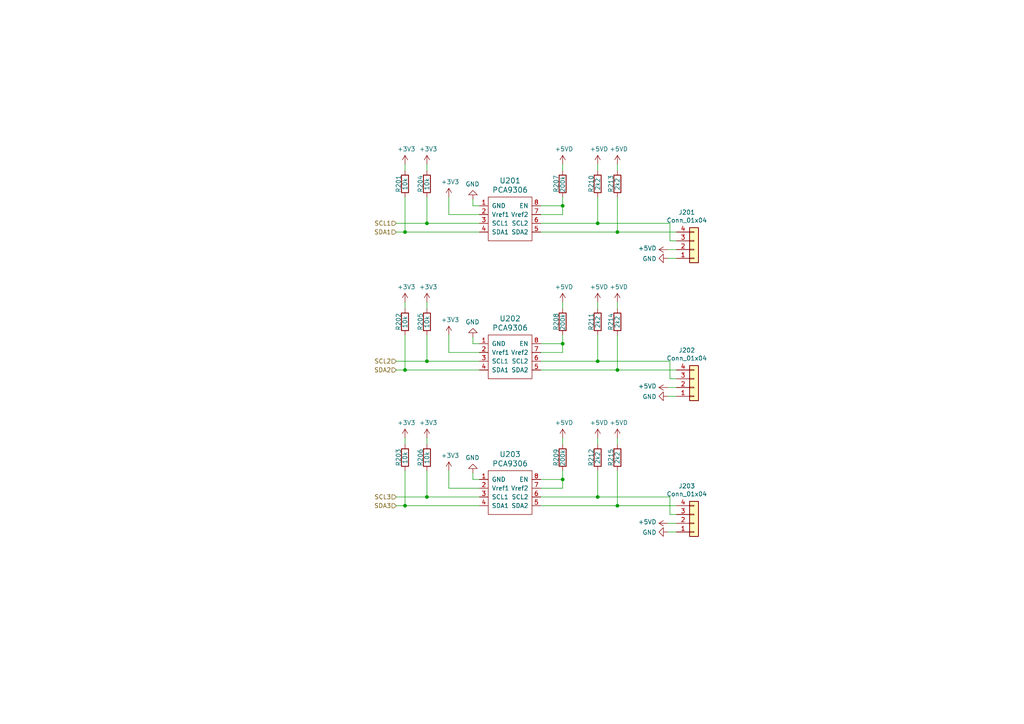
<source format=kicad_sch>
(kicad_sch (version 20211123) (generator eeschema)
  (paper "A4")
  (title_block (title "Connector Cube V2") (date "2021-12-21") (rev "V2.00A") (company "CubeDeb-F4DEB") (comment 1 "I2C"))
  (lib_symbols
    (symbol "CEN-SCHEMA:PCA9306" (pin_names (offset 1.016))
      (property "Reference" "U" (at 15.24 0 0))
      (property "Value" "CEN-SCHEMA_PCA9306" (at 6.35 0 0))
      (property "Footprint" "VSSOP-8" (at 0 0 0))
      (symbol "PCA9306_0_1"
        (rectangle (start 2.54 -2.54) (end 15.24 -15.24))
      )
      (symbol "PCA9306_1_1"
        (pin input line (at 0 -5.08 0) (length 2.54) (name "GND") (number "1"))
        (pin input line (at 0 -7.62 0) (length 2.54) (name "Vref1") (number "2"))
        (pin input line (at 0 -10.16 0) (length 2.54) (name "SCL1") (number "3"))
        (pin input line (at 0 -12.7 0) (length 2.54) (name "SDA1") (number "4"))
        (pin input line (at 17.78 -12.7 180) (length 2.54) (name "SDA2") (number "5"))
        (pin input line (at 17.78 -10.16 180) (length 2.54) (name "SCL2") (number "6"))
        (pin input line (at 17.78 -7.62 180) (length 2.54) (name "Vref2") (number "7"))
        (pin input line (at 17.78 -5.08 180) (length 2.54) (name "EN") (number "8"))
      )
    )
    (symbol "Connector_Generic:Conn_01x04" (pin_names (offset 1.016) hide)
      (property "Reference" "J" (at 0 5.08 0))
      (property "Value" "Connector_Generic_Conn_01x04" (at 0 -7.62 0))
      (symbol "Conn_01x04_1_1"
        (rectangle (start -1.27 -4.953) (end 0 -5.207) (stroke (width 0.1524)))
        (rectangle (start -1.27 -2.413) (end 0 -2.667) (stroke (width 0.1524)))
        (rectangle (start -1.27 0.127) (end 0 -0.127) (stroke (width 0.1524)))
        (rectangle (start -1.27 2.667) (end 0 2.413) (stroke (width 0.1524)))
        (rectangle (start -1.27 3.81) (end 1.27 -6.35) (stroke (width 0.254)) (fill (type background)))
        (pin passive line (at -5.08 2.54 0) (length 3.81) (name "Pin_1") (number "1"))
        (pin passive line (at -5.08 0 0) (length 3.81) (name "Pin_2") (number "2"))
        (pin passive line (at -5.08 -2.54 0) (length 3.81) (name "Pin_3") (number "3"))
        (pin passive line (at -5.08 -5.08 0) (length 3.81) (name "Pin_4") (number "4"))
      )
    )
    (symbol "Device:R" (pin_numbers hide) (pin_names (offset 0))
      (property "Reference" "R" (at 2.032 0 90))
      (property "Value" "Device_R" (at 0 0 90))
      (symbol "R_0_1"
        (rectangle (start -1.016 -2.54) (end 1.016 2.54) (stroke (width 0.254)))
      )
      (symbol "R_1_1"
        (pin passive line (at 0 3.81 270) (length 1.27) (name "~") (number "1"))
        (pin passive line (at 0 -3.81 90) (length 1.27) (name "~") (number "2"))
      )
    )
    (symbol "power:+3.3V" (power) (pin_names (offset 0))
      (property "Value" "power_+3.3V" (at 0 3.556 0))
      (symbol "+3.3V_0_1"
        (polyline (pts (xy -0.762 1.27) (xy 0 2.54)))
        (polyline (pts (xy 0 0) (xy 0 2.54)))
        (polyline (pts (xy 0 2.54) (xy 0.762 1.27)))
      )
      (symbol "+3.3V_1_1"
        (pin power_in line (at 0 0 90) (length 0) hide (name "+3V3") (number "1"))
      )
    )
    (symbol "power:+5VD" (power) (pin_names (offset 0))
      (property "Value" "power_+5VD" (at 0 3.556 0))
      (symbol "+5VD_0_1"
        (polyline (pts (xy -0.762 1.27) (xy 0 2.54)))
        (polyline (pts (xy 0 0) (xy 0 2.54)))
        (polyline (pts (xy 0 2.54) (xy 0.762 1.27)))
      )
      (symbol "+5VD_1_1"
        (pin power_in line (at 0 0 90) (length 0) hide (name "+5VD") (number "1"))
      )
    )
    (symbol "power:GND" (power) (pin_names (offset 0))
      (property "Value" "power_GND" (at 0 -3.81 0))
      (symbol "GND_0_1"
        (polyline (pts (xy 0 0) (xy 0 -1.27) (xy 1.27 -1.27) (xy 0 -2.54) (xy -1.27 -1.27) (xy 0 -1.27)))
      )
      (symbol "GND_1_1"
        (pin power_in line (at 0 0 270) (length 0) hide (name "GND") (number "1"))
      )
    )
  )
  (junction (at 123.825 64.77))
  (junction (at 179.07 107.315))
  (junction (at 123.825 104.775))
  (junction (at 179.07 67.31))
  (junction (at 179.07 146.685))
  (junction (at 163.195 99.695))
  (junction (at 117.475 107.315))
  (junction (at 123.825 144.145))
  (junction (at 163.195 139.065))
  (junction (at 173.355 64.77))
  (junction (at 117.475 146.685))
  (junction (at 173.355 104.775))
  (junction (at 117.475 67.31))
  (junction (at 163.195 59.69))
  (junction (at 173.355 144.145))
  (wire (pts (xy 130.175 102.235) (xy 130.175 97.155)))
  (wire (pts (xy 156.845 67.31) (xy 179.07 67.31)))
  (wire (pts (xy 179.07 87.63) (xy 179.07 89.535)))
  (wire (pts (xy 163.195 47.625) (xy 163.195 49.53)))
  (wire (pts (xy 179.07 47.625) (xy 179.07 49.53)))
  (wire (pts (xy 117.475 57.15) (xy 117.475 67.31)))
  (wire (pts (xy 137.16 139.065) (xy 137.16 137.16)))
  (wire (pts (xy 179.07 67.31) (xy 179.07 57.15)))
  (wire (pts (xy 117.475 87.63) (xy 117.475 89.535)))
  (wire (pts (xy 117.475 47.625) (xy 117.475 49.53)))
  (wire (pts (xy 123.825 87.63) (xy 123.825 89.535)))
  (wire (pts (xy 123.825 127) (xy 123.825 128.905)))
  (wire (pts (xy 156.845 139.065) (xy 163.195 139.065)))
  (wire (pts (xy 179.07 146.685) (xy 179.07 136.525)))
  (wire (pts (xy 117.475 107.315) (xy 139.065 107.315)))
  (wire (pts (xy 139.065 141.605) (xy 130.175 141.605)))
  (wire (pts (xy 156.845 59.69) (xy 163.195 59.69)))
  (wire (pts (xy 173.355 64.77) (xy 194.31 64.77)))
  (wire (pts (xy 123.825 144.145) (xy 114.935 144.145)))
  (wire (pts (xy 163.195 139.065) (xy 163.195 136.525)))
  (wire (pts (xy 123.825 57.15) (xy 123.825 64.77)))
  (wire (pts (xy 173.355 144.145) (xy 173.355 136.525)))
  (wire (pts (xy 163.195 87.63) (xy 163.195 89.535)))
  (wire (pts (xy 139.065 59.69) (xy 137.16 59.69)))
  (wire (pts (xy 194.31 109.855) (xy 196.215 109.855)))
  (wire (pts (xy 194.31 69.85) (xy 196.215 69.85)))
  (wire (pts (xy 179.07 107.315) (xy 196.215 107.315)))
  (wire (pts (xy 123.825 97.155) (xy 123.825 104.775)))
  (wire (pts (xy 194.31 64.77) (xy 194.31 69.85)))
  (wire (pts (xy 163.195 141.605) (xy 163.195 139.065)))
  (wire (pts (xy 117.475 146.685) (xy 139.065 146.685)))
  (wire (pts (xy 139.065 102.235) (xy 130.175 102.235)))
  (wire (pts (xy 137.16 99.695) (xy 137.16 97.79)))
  (wire (pts (xy 117.475 136.525) (xy 117.475 146.685)))
  (wire (pts (xy 139.065 99.695) (xy 137.16 99.695)))
  (wire (pts (xy 194.31 149.225) (xy 196.215 149.225)))
  (wire (pts (xy 194.31 104.775) (xy 194.31 109.855)))
  (wire (pts (xy 156.845 107.315) (xy 179.07 107.315)))
  (wire (pts (xy 123.825 47.625) (xy 123.825 49.53)))
  (wire (pts (xy 173.355 104.775) (xy 194.31 104.775)))
  (wire (pts (xy 194.31 144.145) (xy 194.31 149.225)))
  (wire (pts (xy 123.825 64.77) (xy 139.065 64.77)))
  (wire (pts (xy 117.475 67.31) (xy 114.935 67.31)))
  (wire (pts (xy 117.475 107.315) (xy 114.935 107.315)))
  (wire (pts (xy 156.845 102.235) (xy 163.195 102.235)))
  (wire (pts (xy 156.845 99.695) (xy 163.195 99.695)))
  (wire (pts (xy 163.195 62.23) (xy 163.195 59.69)))
  (wire (pts (xy 196.215 151.765) (xy 193.675 151.765)))
  (wire (pts (xy 179.07 67.31) (xy 196.215 67.31)))
  (wire (pts (xy 196.215 74.93) (xy 193.675 74.93)))
  (wire (pts (xy 117.475 146.685) (xy 114.935 146.685)))
  (wire (pts (xy 117.475 127) (xy 117.475 128.905)))
  (wire (pts (xy 117.475 97.155) (xy 117.475 107.315)))
  (wire (pts (xy 123.825 104.775) (xy 114.935 104.775)))
  (wire (pts (xy 156.845 141.605) (xy 163.195 141.605)))
  (wire (pts (xy 196.215 154.305) (xy 193.675 154.305)))
  (wire (pts (xy 130.175 62.23) (xy 130.175 57.15)))
  (wire (pts (xy 139.065 139.065) (xy 137.16 139.065)))
  (wire (pts (xy 117.475 67.31) (xy 139.065 67.31)))
  (wire (pts (xy 163.195 102.235) (xy 163.195 99.695)))
  (wire (pts (xy 123.825 136.525) (xy 123.825 144.145)))
  (wire (pts (xy 137.16 59.69) (xy 137.16 57.785)))
  (wire (pts (xy 156.845 62.23) (xy 163.195 62.23)))
  (wire (pts (xy 173.355 47.625) (xy 173.355 49.53)))
  (wire (pts (xy 173.355 127) (xy 173.355 128.905)))
  (wire (pts (xy 123.825 64.77) (xy 114.935 64.77)))
  (wire (pts (xy 179.07 146.685) (xy 196.215 146.685)))
  (wire (pts (xy 156.845 146.685) (xy 179.07 146.685)))
  (wire (pts (xy 163.195 59.69) (xy 163.195 57.15)))
  (wire (pts (xy 179.07 107.315) (xy 179.07 97.155)))
  (wire (pts (xy 130.175 141.605) (xy 130.175 136.525)))
  (wire (pts (xy 156.845 144.145) (xy 173.355 144.145)))
  (wire (pts (xy 173.355 64.77) (xy 173.355 57.15)))
  (wire (pts (xy 163.195 99.695) (xy 163.195 97.155)))
  (wire (pts (xy 196.215 114.935) (xy 193.675 114.935)))
  (wire (pts (xy 173.355 87.63) (xy 173.355 89.535)))
  (wire (pts (xy 179.07 127) (xy 179.07 128.905)))
  (wire (pts (xy 123.825 144.145) (xy 139.065 144.145)))
  (wire (pts (xy 156.845 64.77) (xy 173.355 64.77)))
  (wire (pts (xy 173.355 104.775) (xy 173.355 97.155)))
  (wire (pts (xy 163.195 127) (xy 163.195 128.905)))
  (wire (pts (xy 139.065 62.23) (xy 130.175 62.23)))
  (wire (pts (xy 196.215 72.39) (xy 193.675 72.39)))
  (wire (pts (xy 196.215 112.395) (xy 193.675 112.395)))
  (wire (pts (xy 123.825 104.775) (xy 139.065 104.775)))
  (wire (pts (xy 156.845 104.775) (xy 173.355 104.775)))
  (wire (pts (xy 173.355 144.145) (xy 194.31 144.145)))
  (hierarchical_label "SDA3" (shape input) (at 114.935 146.685 180))
  (hierarchical_label "SCL2" (shape input) (at 114.935 104.775 180))
  (hierarchical_label "SCL3" (shape input) (at 114.935 144.145 180))
  (hierarchical_label "SDA1" (shape input) (at 114.935 67.31 180))
  (hierarchical_label "SDA2" (shape input) (at 114.935 107.315 180))
  (hierarchical_label "SCL1" (shape input) (at 114.935 64.77 180))
  (symbol (lib_id "CEN-SCHEMA:PCA9306") (at 139.065 54.61 0)
    (property "Reference" "U201" (at 147.955 52.4002 0) (effects (font (size 1.524 1.524))))
    (property "Value" "PCA9306" (at 147.955 55.0926 0) (effects (font (size 1.524 1.524))))
    (property "Footprint" "Package_SO:TSSOP-8_3x3mm_P0.65mm" (effects hide))
  )
  (symbol (lib_id "Device:R") (at 123.825 53.34 0)
    (property "Reference" "R204" (at 121.92 55.88 90) (effects (justify left)))
    (property "Value" "10k" (at 123.825 55.245 90) (effects (justify left)))
    (property "Footprint" "Resistor_SMD:R_0603_1608Metric" (effects hide))
  )
  (symbol (lib_id "Device:R") (at 163.195 53.34 0)
    (property "Reference" "R207" (at 161.29 55.88 90) (effects (justify left)))
    (property "Value" "200k" (at 163.195 55.88 90) (effects (justify left)))
    (property "Footprint" "Resistor_SMD:R_0603_1608Metric" (effects hide))
  )
  (symbol (lib_id "Device:R") (at 173.355 53.34 0)
    (property "Reference" "R210" (at 171.45 55.88 90) (effects (justify left)))
    (property "Value" "2k2" (at 173.355 55.245 90) (effects (justify left)))
    (property "Footprint" "Resistor_SMD:R_0603_1608Metric" (effects hide))
  )
  (symbol (lib_id "power:GND") (at 137.16 57.785 180)
    (property "Reference" "#PWR0129" (effects hide))
    (property "Value" "GND" (at 137.033 53.3908 0))
  )
  (symbol (lib_id "power:+3.3V") (at 130.175 57.15 0)
    (property "Reference" "#PWR0130" (effects hide))
    (property "Value" "+3.3V" (at 130.556 52.7558 0))
  )
  (symbol (lib_id "power:+5VD") (at 163.195 47.625 0)
    (property "Reference" "#PWR0131" (effects hide))
    (property "Value" "+5VD" (at 163.576 43.2308 0))
  )
  (symbol (lib_id "power:+5VD") (at 173.355 47.625 0)
    (property "Reference" "#PWR0132" (effects hide))
    (property "Value" "+5VD" (at 173.736 43.2308 0))
  )
  (symbol (lib_id "Device:R") (at 117.475 53.34 0)
    (property "Reference" "R201" (at 115.57 55.88 90) (effects (justify left)))
    (property "Value" "10k" (at 117.475 55.245 90) (effects (justify left)))
    (property "Footprint" "Resistor_SMD:R_0603_1608Metric" (effects hide))
  )
  (symbol (lib_id "Device:R") (at 179.07 53.34 0)
    (property "Reference" "R213" (at 177.165 55.88 90) (effects (justify left)))
    (property "Value" "2k2" (at 179.07 55.245 90) (effects (justify left)))
    (property "Footprint" "Resistor_SMD:R_0603_1608Metric" (effects hide))
  )
  (symbol (lib_id "power:+5VD") (at 179.07 47.625 0)
    (property "Reference" "#PWR0133" (effects hide))
    (property "Value" "+5VD" (at 179.451 43.2308 0))
  )
  (symbol (lib_id "power:+3.3V") (at 123.825 47.625 0)
    (property "Reference" "#PWR0134" (effects hide))
    (property "Value" "+3.3V" (at 124.206 43.2308 0))
  )
  (symbol (lib_id "power:+3.3V") (at 117.475 47.625 0)
    (property "Reference" "#PWR0135" (effects hide))
    (property "Value" "+3.3V" (at 117.856 43.2308 0))
  )
  (symbol (lib_id "CEN-SCHEMA:PCA9306") (at 139.065 94.615 0)
    (property "Reference" "U202" (at 147.955 92.4052 0) (effects (font (size 1.524 1.524))))
    (property "Value" "PCA9306" (at 147.955 95.0976 0) (effects (font (size 1.524 1.524))))
    (property "Footprint" "Package_SO:TSSOP-8_3x3mm_P0.65mm" (effects hide))
  )
  (symbol (lib_id "Device:R") (at 123.825 93.345 0)
    (property "Reference" "R205" (at 121.92 95.885 90) (effects (justify left)))
    (property "Value" "10k" (at 123.825 95.25 90) (effects (justify left)))
    (property "Footprint" "Resistor_SMD:R_0603_1608Metric" (effects hide))
  )
  (symbol (lib_id "Device:R") (at 163.195 93.345 0)
    (property "Reference" "R208" (at 161.29 95.885 90) (effects (justify left)))
    (property "Value" "200k" (at 163.195 95.885 90) (effects (justify left)))
    (property "Footprint" "Resistor_SMD:R_0603_1608Metric" (effects hide))
  )
  (symbol (lib_id "Device:R") (at 173.355 93.345 0)
    (property "Reference" "R211" (at 171.45 95.885 90) (effects (justify left)))
    (property "Value" "2k2" (at 173.355 95.25 90) (effects (justify left)))
    (property "Footprint" "Resistor_SMD:R_0603_1608Metric" (effects hide))
  )
  (symbol (lib_id "power:GND") (at 137.16 97.79 180)
    (property "Reference" "#PWR0136" (effects hide))
    (property "Value" "GND" (at 137.033 93.3958 0))
  )
  (symbol (lib_id "power:+3.3V") (at 130.175 97.155 0)
    (property "Reference" "#PWR0137" (effects hide))
    (property "Value" "+3.3V" (at 130.556 92.7608 0))
  )
  (symbol (lib_id "power:+5VD") (at 163.195 87.63 0)
    (property "Reference" "#PWR0138" (effects hide))
    (property "Value" "+5VD" (at 163.576 83.2358 0))
  )
  (symbol (lib_id "power:+5VD") (at 173.355 87.63 0)
    (property "Reference" "#PWR0139" (effects hide))
    (property "Value" "+5VD" (at 173.736 83.2358 0))
  )
  (symbol (lib_id "Device:R") (at 117.475 93.345 0)
    (property "Reference" "R202" (at 115.57 95.885 90) (effects (justify left)))
    (property "Value" "10k" (at 117.475 95.25 90) (effects (justify left)))
    (property "Footprint" "Resistor_SMD:R_0603_1608Metric" (effects hide))
  )
  (symbol (lib_id "Device:R") (at 179.07 93.345 0)
    (property "Reference" "R214" (at 177.165 95.885 90) (effects (justify left)))
    (property "Value" "2k2" (at 179.07 95.25 90) (effects (justify left)))
    (property "Footprint" "Resistor_SMD:R_0603_1608Metric" (effects hide))
  )
  (symbol (lib_id "power:+5VD") (at 179.07 87.63 0)
    (property "Reference" "#PWR0140" (effects hide))
    (property "Value" "+5VD" (at 179.451 83.2358 0))
  )
  (symbol (lib_id "power:+3.3V") (at 123.825 87.63 0)
    (property "Reference" "#PWR0141" (effects hide))
    (property "Value" "+3.3V" (at 124.206 83.2358 0))
  )
  (symbol (lib_id "power:+3.3V") (at 117.475 87.63 0)
    (property "Reference" "#PWR0142" (effects hide))
    (property "Value" "+3.3V" (at 117.856 83.2358 0))
  )
  (symbol (lib_id "CEN-SCHEMA:PCA9306") (at 139.065 133.985 0)
    (property "Reference" "U203" (at 147.955 131.7752 0) (effects (font (size 1.524 1.524))))
    (property "Value" "PCA9306" (at 147.955 134.4676 0) (effects (font (size 1.524 1.524))))
    (property "Footprint" "Package_SO:TSSOP-8_3x3mm_P0.65mm" (effects hide))
  )
  (symbol (lib_id "Device:R") (at 123.825 132.715 0)
    (property "Reference" "R206" (at 121.92 135.255 90) (effects (justify left)))
    (property "Value" "10k" (at 123.825 134.62 90) (effects (justify left)))
    (property "Footprint" "Resistor_SMD:R_0603_1608Metric" (effects hide))
  )
  (symbol (lib_id "Device:R") (at 163.195 132.715 0)
    (property "Reference" "R209" (at 161.29 135.255 90) (effects (justify left)))
    (property "Value" "200k" (at 163.195 135.255 90) (effects (justify left)))
    (property "Footprint" "Resistor_SMD:R_0603_1608Metric" (effects hide))
  )
  (symbol (lib_id "Device:R") (at 173.355 132.715 0)
    (property "Reference" "R212" (at 171.45 135.255 90) (effects (justify left)))
    (property "Value" "2k2" (at 173.355 134.62 90) (effects (justify left)))
    (property "Footprint" "Resistor_SMD:R_0603_1608Metric" (effects hide))
  )
  (symbol (lib_id "power:GND") (at 137.16 137.16 180)
    (property "Reference" "#PWR0143" (effects hide))
    (property "Value" "GND" (at 137.033 132.7658 0))
  )
  (symbol (lib_id "power:+3.3V") (at 130.175 136.525 0)
    (property "Reference" "#PWR0144" (effects hide))
    (property "Value" "+3.3V" (at 130.556 132.1308 0))
  )
  (symbol (lib_id "power:+5VD") (at 163.195 127 0)
    (property "Reference" "#PWR0145" (effects hide))
    (property "Value" "+5VD" (at 163.576 122.6058 0))
  )
  (symbol (lib_id "power:+5VD") (at 173.355 127 0)
    (property "Reference" "#PWR0146" (effects hide))
    (property "Value" "+5VD" (at 173.736 122.6058 0))
  )
  (symbol (lib_id "Device:R") (at 117.475 132.715 0)
    (property "Reference" "R203" (at 115.57 135.255 90) (effects (justify left)))
    (property "Value" "10k" (at 117.475 134.62 90) (effects (justify left)))
    (property "Footprint" "Resistor_SMD:R_0603_1608Metric" (effects hide))
  )
  (symbol (lib_id "Device:R") (at 179.07 132.715 0)
    (property "Reference" "R215" (at 177.165 135.255 90) (effects (justify left)))
    (property "Value" "2k2" (at 179.07 134.62 90) (effects (justify left)))
    (property "Footprint" "Resistor_SMD:R_0603_1608Metric" (effects hide))
  )
  (symbol (lib_id "power:+5VD") (at 179.07 127 0)
    (property "Reference" "#PWR0147" (effects hide))
    (property "Value" "+5VD" (at 179.451 122.6058 0))
  )
  (symbol (lib_id "power:+3.3V") (at 123.825 127 0)
    (property "Reference" "#PWR0148" (effects hide))
    (property "Value" "+3.3V" (at 124.206 122.6058 0))
  )
  (symbol (lib_id "power:+3.3V") (at 117.475 127 0)
    (property "Reference" "#PWR0149" (effects hide))
    (property "Value" "+3.3V" (at 117.856 122.6058 0))
  )
  (symbol (lib_id "Connector_Generic:Conn_01x04") (at 201.295 72.39 0) (mirror x) (unit 1)
    (property "Reference" "J201" (at 199.2122 61.595 0))
    (property "Value" "Conn_01x04" (at 199.2122 63.9064 0))
    (property "Footprint" "Connector_JST:JST_GH_BM04B-GHS-TBT_1x04-1MP_P1.25mm_Vertical" (effects hide))
  )
  (symbol (lib_id "power:+5VD") (at 193.675 72.39 90) (unit 1)
    (property "Reference" "#PWR0150" (effects hide))
    (property "Value" "+5VD" (at 190.4238 72.009 90) (effects (justify left)))
  )
  (symbol (lib_id "power:GND") (at 193.675 74.93 270) (unit 1)
    (property "Reference" "#PWR0151" (effects hide))
    (property "Value" "GND" (at 190.4238 75.057 90) (effects (justify right)))
  )
  (symbol (lib_id "Connector_Generic:Conn_01x04") (at 201.295 112.395 0) (mirror x) (unit 1)
    (property "Reference" "J202" (at 199.2122 101.6 0))
    (property "Value" "Conn_01x04" (at 199.2122 103.9114 0))
    (property "Footprint" "Connector_JST:JST_GH_BM04B-GHS-TBT_1x04-1MP_P1.25mm_Vertical" (effects hide))
  )
  (symbol (lib_id "power:+5VD") (at 193.675 112.395 90) (unit 1)
    (property "Reference" "#PWR0152" (effects hide))
    (property "Value" "+5VD" (at 190.4238 112.014 90) (effects (justify left)))
  )
  (symbol (lib_id "power:GND") (at 193.675 114.935 270) (unit 1)
    (property "Reference" "#PWR0153" (effects hide))
    (property "Value" "GND" (at 190.4238 115.062 90) (effects (justify right)))
  )
  (symbol (lib_id "Connector_Generic:Conn_01x04") (at 201.295 151.765 0) (mirror x) (unit 1)
    (property "Reference" "J203" (at 199.2122 140.97 0))
    (property "Value" "Conn_01x04" (at 199.2122 143.2814 0))
    (property "Footprint" "Connector_JST:JST_GH_BM04B-GHS-TBT_1x04-1MP_P1.25mm_Vertical" (effects hide))
  )
  (symbol (lib_id "power:+5VD") (at 193.675 151.765 90) (unit 1)
    (property "Reference" "#PWR0154" (effects hide))
    (property "Value" "+5VD" (at 190.4238 151.384 90) (effects (justify left)))
  )
  (symbol (lib_id "power:GND") (at 193.675 154.305 270) (unit 1)
    (property "Reference" "#PWR0155" (effects hide))
    (property "Value" "GND" (at 190.4238 154.432 90) (effects (justify right)))
  )
)
</source>
